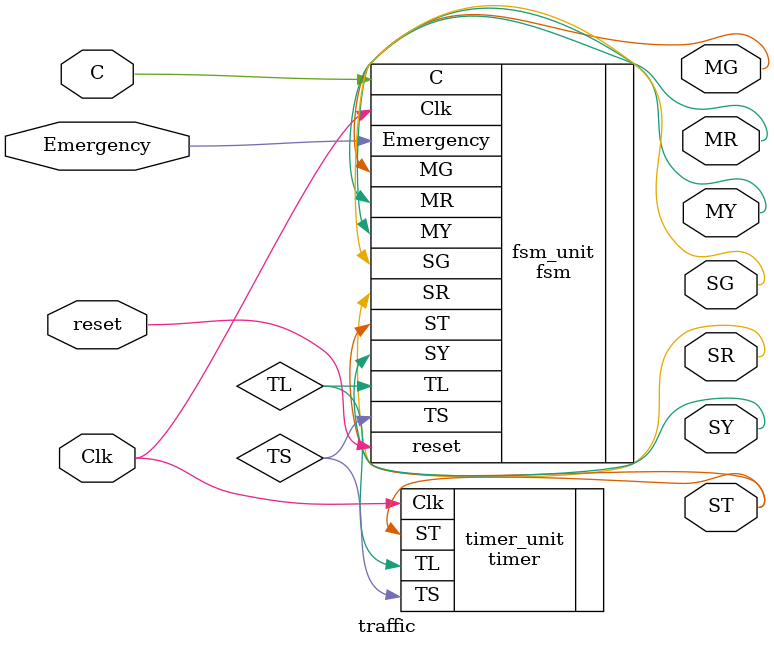
<source format=v>
`timescale 1ns / 1ps

module traffic(
    output MR, MY, MG,
    output SR, SY, SG,
    output ST,         // Output ST diteruskan keluar
    input reset,
    input C,
    input Emergency,   // Menerima sinyal Emergency
    input Clk
);

    // Kabel Internal
    wire TS, TL;

    // 1. Panggil Timer
    timer timer_unit(
        .TS(TS), 
        .TL(TL), 
        .ST(ST), 
        .Clk(Clk)
    );

    // 2. Panggil FSM (Otak)
    fsm fsm_unit(
        .MR(MR), .MY(MY), .MG(MG), 
        .SR(SR), .SY(SY), .SG(SG), 
        .ST(ST), 
        .TS(TS), 
        .TL(TL), 
        .C(C), 
        .reset(reset), 
        .Emergency(Emergency), 
        .Clk(Clk)
    );

endmodule

</source>
